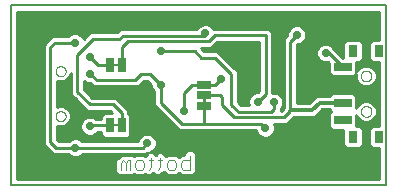
<source format=gbl>
G75*
%MOIN*%
%OFA0B0*%
%FSLAX25Y25*%
%IPPOS*%
%LPD*%
%AMOC8*
5,1,8,0,0,1.08239X$1,22.5*
%
%ADD10C,0.00800*%
%ADD11C,0.00400*%
%ADD12C,0.00000*%
%ADD13R,0.05000X0.02500*%
%ADD14R,0.02500X0.05000*%
%ADD15R,0.05906X0.02756*%
%ADD16R,0.03150X0.03937*%
%ADD17C,0.01000*%
%ADD18C,0.02900*%
%ADD19C,0.03400*%
%ADD20C,0.02778*%
%ADD21C,0.01200*%
D10*
X0123333Y0058200D02*
X0248333Y0058200D01*
X0248333Y0118200D01*
X0123333Y0118200D01*
X0123333Y0058200D01*
X0156833Y0078200D02*
X0159833Y0078200D01*
X0159833Y0098200D02*
X0156833Y0098200D01*
D11*
X0170089Y0067237D02*
X0170089Y0064167D01*
X0169322Y0063400D01*
X0167787Y0064167D02*
X0167020Y0063400D01*
X0165485Y0063400D01*
X0164718Y0064167D01*
X0164718Y0065702D01*
X0165485Y0066469D01*
X0167020Y0066469D01*
X0167787Y0065702D01*
X0167787Y0064167D01*
X0169322Y0066469D02*
X0170856Y0066469D01*
X0172391Y0066469D02*
X0173925Y0066469D01*
X0173158Y0067237D02*
X0173158Y0064167D01*
X0172391Y0063400D01*
X0175460Y0064167D02*
X0176227Y0063400D01*
X0177762Y0063400D01*
X0178529Y0064167D01*
X0178529Y0065702D01*
X0177762Y0066469D01*
X0176227Y0066469D01*
X0175460Y0065702D01*
X0175460Y0064167D01*
X0180064Y0064167D02*
X0180064Y0065702D01*
X0180831Y0066469D01*
X0183133Y0066469D01*
X0183133Y0068004D02*
X0183133Y0063400D01*
X0180831Y0063400D01*
X0180064Y0064167D01*
X0163183Y0063400D02*
X0163183Y0066469D01*
X0162416Y0066469D01*
X0161648Y0065702D01*
X0160881Y0066469D01*
X0160114Y0065702D01*
X0160114Y0063400D01*
X0161648Y0063400D02*
X0161648Y0065702D01*
D12*
X0138322Y0081220D02*
X0138324Y0081301D01*
X0138330Y0081383D01*
X0138340Y0081464D01*
X0138354Y0081544D01*
X0138371Y0081623D01*
X0138393Y0081702D01*
X0138418Y0081779D01*
X0138447Y0081856D01*
X0138480Y0081930D01*
X0138517Y0082003D01*
X0138556Y0082074D01*
X0138600Y0082143D01*
X0138646Y0082210D01*
X0138696Y0082274D01*
X0138749Y0082336D01*
X0138805Y0082396D01*
X0138863Y0082452D01*
X0138925Y0082506D01*
X0138989Y0082557D01*
X0139055Y0082604D01*
X0139123Y0082648D01*
X0139194Y0082689D01*
X0139266Y0082726D01*
X0139341Y0082760D01*
X0139416Y0082790D01*
X0139494Y0082816D01*
X0139572Y0082839D01*
X0139651Y0082857D01*
X0139731Y0082872D01*
X0139812Y0082883D01*
X0139893Y0082890D01*
X0139975Y0082893D01*
X0140056Y0082892D01*
X0140137Y0082887D01*
X0140218Y0082878D01*
X0140299Y0082865D01*
X0140379Y0082848D01*
X0140457Y0082828D01*
X0140535Y0082803D01*
X0140612Y0082775D01*
X0140687Y0082743D01*
X0140760Y0082708D01*
X0140831Y0082669D01*
X0140901Y0082626D01*
X0140968Y0082581D01*
X0141034Y0082532D01*
X0141096Y0082480D01*
X0141156Y0082424D01*
X0141213Y0082366D01*
X0141268Y0082306D01*
X0141319Y0082242D01*
X0141367Y0082177D01*
X0141412Y0082109D01*
X0141454Y0082039D01*
X0141492Y0081967D01*
X0141527Y0081893D01*
X0141558Y0081818D01*
X0141585Y0081741D01*
X0141608Y0081663D01*
X0141628Y0081584D01*
X0141644Y0081504D01*
X0141656Y0081423D01*
X0141664Y0081342D01*
X0141668Y0081261D01*
X0141668Y0081179D01*
X0141664Y0081098D01*
X0141656Y0081017D01*
X0141644Y0080936D01*
X0141628Y0080856D01*
X0141608Y0080777D01*
X0141585Y0080699D01*
X0141558Y0080622D01*
X0141527Y0080547D01*
X0141492Y0080473D01*
X0141454Y0080401D01*
X0141412Y0080331D01*
X0141367Y0080263D01*
X0141319Y0080198D01*
X0141268Y0080134D01*
X0141213Y0080074D01*
X0141156Y0080016D01*
X0141096Y0079960D01*
X0141034Y0079908D01*
X0140968Y0079859D01*
X0140901Y0079814D01*
X0140832Y0079771D01*
X0140760Y0079732D01*
X0140687Y0079697D01*
X0140612Y0079665D01*
X0140535Y0079637D01*
X0140457Y0079612D01*
X0140379Y0079592D01*
X0140299Y0079575D01*
X0140218Y0079562D01*
X0140137Y0079553D01*
X0140056Y0079548D01*
X0139975Y0079547D01*
X0139893Y0079550D01*
X0139812Y0079557D01*
X0139731Y0079568D01*
X0139651Y0079583D01*
X0139572Y0079601D01*
X0139494Y0079624D01*
X0139416Y0079650D01*
X0139341Y0079680D01*
X0139266Y0079714D01*
X0139194Y0079751D01*
X0139123Y0079792D01*
X0139055Y0079836D01*
X0138989Y0079883D01*
X0138925Y0079934D01*
X0138863Y0079988D01*
X0138805Y0080044D01*
X0138749Y0080104D01*
X0138696Y0080166D01*
X0138646Y0080230D01*
X0138600Y0080297D01*
X0138556Y0080366D01*
X0138517Y0080437D01*
X0138480Y0080510D01*
X0138447Y0080584D01*
X0138418Y0080661D01*
X0138393Y0080738D01*
X0138371Y0080817D01*
X0138354Y0080896D01*
X0138340Y0080976D01*
X0138330Y0081057D01*
X0138324Y0081139D01*
X0138322Y0081220D01*
X0138322Y0096180D02*
X0138324Y0096261D01*
X0138330Y0096343D01*
X0138340Y0096424D01*
X0138354Y0096504D01*
X0138371Y0096583D01*
X0138393Y0096662D01*
X0138418Y0096739D01*
X0138447Y0096816D01*
X0138480Y0096890D01*
X0138517Y0096963D01*
X0138556Y0097034D01*
X0138600Y0097103D01*
X0138646Y0097170D01*
X0138696Y0097234D01*
X0138749Y0097296D01*
X0138805Y0097356D01*
X0138863Y0097412D01*
X0138925Y0097466D01*
X0138989Y0097517D01*
X0139055Y0097564D01*
X0139123Y0097608D01*
X0139194Y0097649D01*
X0139266Y0097686D01*
X0139341Y0097720D01*
X0139416Y0097750D01*
X0139494Y0097776D01*
X0139572Y0097799D01*
X0139651Y0097817D01*
X0139731Y0097832D01*
X0139812Y0097843D01*
X0139893Y0097850D01*
X0139975Y0097853D01*
X0140056Y0097852D01*
X0140137Y0097847D01*
X0140218Y0097838D01*
X0140299Y0097825D01*
X0140379Y0097808D01*
X0140457Y0097788D01*
X0140535Y0097763D01*
X0140612Y0097735D01*
X0140687Y0097703D01*
X0140760Y0097668D01*
X0140831Y0097629D01*
X0140901Y0097586D01*
X0140968Y0097541D01*
X0141034Y0097492D01*
X0141096Y0097440D01*
X0141156Y0097384D01*
X0141213Y0097326D01*
X0141268Y0097266D01*
X0141319Y0097202D01*
X0141367Y0097137D01*
X0141412Y0097069D01*
X0141454Y0096999D01*
X0141492Y0096927D01*
X0141527Y0096853D01*
X0141558Y0096778D01*
X0141585Y0096701D01*
X0141608Y0096623D01*
X0141628Y0096544D01*
X0141644Y0096464D01*
X0141656Y0096383D01*
X0141664Y0096302D01*
X0141668Y0096221D01*
X0141668Y0096139D01*
X0141664Y0096058D01*
X0141656Y0095977D01*
X0141644Y0095896D01*
X0141628Y0095816D01*
X0141608Y0095737D01*
X0141585Y0095659D01*
X0141558Y0095582D01*
X0141527Y0095507D01*
X0141492Y0095433D01*
X0141454Y0095361D01*
X0141412Y0095291D01*
X0141367Y0095223D01*
X0141319Y0095158D01*
X0141268Y0095094D01*
X0141213Y0095034D01*
X0141156Y0094976D01*
X0141096Y0094920D01*
X0141034Y0094868D01*
X0140968Y0094819D01*
X0140901Y0094774D01*
X0140832Y0094731D01*
X0140760Y0094692D01*
X0140687Y0094657D01*
X0140612Y0094625D01*
X0140535Y0094597D01*
X0140457Y0094572D01*
X0140379Y0094552D01*
X0140299Y0094535D01*
X0140218Y0094522D01*
X0140137Y0094513D01*
X0140056Y0094508D01*
X0139975Y0094507D01*
X0139893Y0094510D01*
X0139812Y0094517D01*
X0139731Y0094528D01*
X0139651Y0094543D01*
X0139572Y0094561D01*
X0139494Y0094584D01*
X0139416Y0094610D01*
X0139341Y0094640D01*
X0139266Y0094674D01*
X0139194Y0094711D01*
X0139123Y0094752D01*
X0139055Y0094796D01*
X0138989Y0094843D01*
X0138925Y0094894D01*
X0138863Y0094948D01*
X0138805Y0095004D01*
X0138749Y0095064D01*
X0138696Y0095126D01*
X0138646Y0095190D01*
X0138600Y0095257D01*
X0138556Y0095326D01*
X0138517Y0095397D01*
X0138480Y0095470D01*
X0138447Y0095544D01*
X0138418Y0095621D01*
X0138393Y0095698D01*
X0138371Y0095777D01*
X0138354Y0095856D01*
X0138340Y0095936D01*
X0138330Y0096017D01*
X0138324Y0096099D01*
X0138322Y0096180D01*
X0240061Y0094606D02*
X0240063Y0094690D01*
X0240069Y0094773D01*
X0240079Y0094856D01*
X0240093Y0094939D01*
X0240110Y0095021D01*
X0240132Y0095102D01*
X0240157Y0095181D01*
X0240186Y0095260D01*
X0240219Y0095337D01*
X0240255Y0095412D01*
X0240295Y0095486D01*
X0240338Y0095558D01*
X0240385Y0095627D01*
X0240435Y0095694D01*
X0240488Y0095759D01*
X0240544Y0095821D01*
X0240602Y0095881D01*
X0240664Y0095938D01*
X0240728Y0095991D01*
X0240795Y0096042D01*
X0240864Y0096089D01*
X0240935Y0096134D01*
X0241008Y0096174D01*
X0241083Y0096211D01*
X0241160Y0096245D01*
X0241238Y0096275D01*
X0241317Y0096301D01*
X0241398Y0096324D01*
X0241480Y0096342D01*
X0241562Y0096357D01*
X0241645Y0096368D01*
X0241728Y0096375D01*
X0241812Y0096378D01*
X0241896Y0096377D01*
X0241979Y0096372D01*
X0242063Y0096363D01*
X0242145Y0096350D01*
X0242227Y0096334D01*
X0242308Y0096313D01*
X0242389Y0096289D01*
X0242467Y0096261D01*
X0242545Y0096229D01*
X0242621Y0096193D01*
X0242695Y0096154D01*
X0242767Y0096112D01*
X0242837Y0096066D01*
X0242905Y0096017D01*
X0242970Y0095965D01*
X0243033Y0095910D01*
X0243093Y0095852D01*
X0243151Y0095791D01*
X0243205Y0095727D01*
X0243257Y0095661D01*
X0243305Y0095593D01*
X0243350Y0095522D01*
X0243391Y0095449D01*
X0243430Y0095375D01*
X0243464Y0095299D01*
X0243495Y0095221D01*
X0243522Y0095142D01*
X0243546Y0095061D01*
X0243565Y0094980D01*
X0243581Y0094898D01*
X0243593Y0094815D01*
X0243601Y0094731D01*
X0243605Y0094648D01*
X0243605Y0094564D01*
X0243601Y0094481D01*
X0243593Y0094397D01*
X0243581Y0094314D01*
X0243565Y0094232D01*
X0243546Y0094151D01*
X0243522Y0094070D01*
X0243495Y0093991D01*
X0243464Y0093913D01*
X0243430Y0093837D01*
X0243391Y0093763D01*
X0243350Y0093690D01*
X0243305Y0093619D01*
X0243257Y0093551D01*
X0243205Y0093485D01*
X0243151Y0093421D01*
X0243093Y0093360D01*
X0243033Y0093302D01*
X0242970Y0093247D01*
X0242905Y0093195D01*
X0242837Y0093146D01*
X0242767Y0093100D01*
X0242695Y0093058D01*
X0242621Y0093019D01*
X0242545Y0092983D01*
X0242467Y0092951D01*
X0242389Y0092923D01*
X0242308Y0092899D01*
X0242227Y0092878D01*
X0242145Y0092862D01*
X0242063Y0092849D01*
X0241979Y0092840D01*
X0241896Y0092835D01*
X0241812Y0092834D01*
X0241728Y0092837D01*
X0241645Y0092844D01*
X0241562Y0092855D01*
X0241480Y0092870D01*
X0241398Y0092888D01*
X0241317Y0092911D01*
X0241238Y0092937D01*
X0241160Y0092967D01*
X0241083Y0093001D01*
X0241008Y0093038D01*
X0240935Y0093078D01*
X0240864Y0093123D01*
X0240795Y0093170D01*
X0240728Y0093221D01*
X0240664Y0093274D01*
X0240602Y0093331D01*
X0240544Y0093391D01*
X0240488Y0093453D01*
X0240435Y0093518D01*
X0240385Y0093585D01*
X0240338Y0093654D01*
X0240295Y0093726D01*
X0240255Y0093800D01*
X0240219Y0093875D01*
X0240186Y0093952D01*
X0240157Y0094031D01*
X0240132Y0094110D01*
X0240110Y0094191D01*
X0240093Y0094273D01*
X0240079Y0094356D01*
X0240069Y0094439D01*
X0240063Y0094522D01*
X0240061Y0094606D01*
X0240061Y0082794D02*
X0240063Y0082878D01*
X0240069Y0082961D01*
X0240079Y0083044D01*
X0240093Y0083127D01*
X0240110Y0083209D01*
X0240132Y0083290D01*
X0240157Y0083369D01*
X0240186Y0083448D01*
X0240219Y0083525D01*
X0240255Y0083600D01*
X0240295Y0083674D01*
X0240338Y0083746D01*
X0240385Y0083815D01*
X0240435Y0083882D01*
X0240488Y0083947D01*
X0240544Y0084009D01*
X0240602Y0084069D01*
X0240664Y0084126D01*
X0240728Y0084179D01*
X0240795Y0084230D01*
X0240864Y0084277D01*
X0240935Y0084322D01*
X0241008Y0084362D01*
X0241083Y0084399D01*
X0241160Y0084433D01*
X0241238Y0084463D01*
X0241317Y0084489D01*
X0241398Y0084512D01*
X0241480Y0084530D01*
X0241562Y0084545D01*
X0241645Y0084556D01*
X0241728Y0084563D01*
X0241812Y0084566D01*
X0241896Y0084565D01*
X0241979Y0084560D01*
X0242063Y0084551D01*
X0242145Y0084538D01*
X0242227Y0084522D01*
X0242308Y0084501D01*
X0242389Y0084477D01*
X0242467Y0084449D01*
X0242545Y0084417D01*
X0242621Y0084381D01*
X0242695Y0084342D01*
X0242767Y0084300D01*
X0242837Y0084254D01*
X0242905Y0084205D01*
X0242970Y0084153D01*
X0243033Y0084098D01*
X0243093Y0084040D01*
X0243151Y0083979D01*
X0243205Y0083915D01*
X0243257Y0083849D01*
X0243305Y0083781D01*
X0243350Y0083710D01*
X0243391Y0083637D01*
X0243430Y0083563D01*
X0243464Y0083487D01*
X0243495Y0083409D01*
X0243522Y0083330D01*
X0243546Y0083249D01*
X0243565Y0083168D01*
X0243581Y0083086D01*
X0243593Y0083003D01*
X0243601Y0082919D01*
X0243605Y0082836D01*
X0243605Y0082752D01*
X0243601Y0082669D01*
X0243593Y0082585D01*
X0243581Y0082502D01*
X0243565Y0082420D01*
X0243546Y0082339D01*
X0243522Y0082258D01*
X0243495Y0082179D01*
X0243464Y0082101D01*
X0243430Y0082025D01*
X0243391Y0081951D01*
X0243350Y0081878D01*
X0243305Y0081807D01*
X0243257Y0081739D01*
X0243205Y0081673D01*
X0243151Y0081609D01*
X0243093Y0081548D01*
X0243033Y0081490D01*
X0242970Y0081435D01*
X0242905Y0081383D01*
X0242837Y0081334D01*
X0242767Y0081288D01*
X0242695Y0081246D01*
X0242621Y0081207D01*
X0242545Y0081171D01*
X0242467Y0081139D01*
X0242389Y0081111D01*
X0242308Y0081087D01*
X0242227Y0081066D01*
X0242145Y0081050D01*
X0242063Y0081037D01*
X0241979Y0081028D01*
X0241896Y0081023D01*
X0241812Y0081022D01*
X0241728Y0081025D01*
X0241645Y0081032D01*
X0241562Y0081043D01*
X0241480Y0081058D01*
X0241398Y0081076D01*
X0241317Y0081099D01*
X0241238Y0081125D01*
X0241160Y0081155D01*
X0241083Y0081189D01*
X0241008Y0081226D01*
X0240935Y0081266D01*
X0240864Y0081311D01*
X0240795Y0081358D01*
X0240728Y0081409D01*
X0240664Y0081462D01*
X0240602Y0081519D01*
X0240544Y0081579D01*
X0240488Y0081641D01*
X0240435Y0081706D01*
X0240385Y0081773D01*
X0240338Y0081842D01*
X0240295Y0081914D01*
X0240255Y0081988D01*
X0240219Y0082063D01*
X0240186Y0082140D01*
X0240157Y0082219D01*
X0240132Y0082298D01*
X0240110Y0082379D01*
X0240093Y0082461D01*
X0240079Y0082544D01*
X0240069Y0082627D01*
X0240063Y0082710D01*
X0240061Y0082794D01*
D13*
X0187833Y0084700D03*
X0187833Y0088200D03*
X0187833Y0091700D03*
D14*
X0160333Y0098200D03*
X0156333Y0098200D03*
X0156333Y0078200D03*
X0160333Y0078200D03*
D15*
X0233959Y0079842D03*
X0233959Y0085747D03*
X0233959Y0097558D03*
D16*
X0237503Y0103070D03*
X0246164Y0103070D03*
X0246164Y0074330D03*
X0237503Y0074330D03*
D17*
X0240777Y0074176D02*
X0242889Y0074176D01*
X0242889Y0073178D02*
X0240777Y0073178D01*
X0240777Y0072179D02*
X0242889Y0072179D01*
X0242889Y0071657D02*
X0243885Y0070661D01*
X0246233Y0070661D01*
X0246233Y0060300D01*
X0125433Y0060300D01*
X0125433Y0116100D01*
X0246233Y0116100D01*
X0246233Y0106739D01*
X0243885Y0106739D01*
X0242889Y0105743D01*
X0242889Y0100397D01*
X0243885Y0099402D01*
X0246233Y0099402D01*
X0246233Y0077998D01*
X0243885Y0077998D01*
X0242889Y0077003D01*
X0242889Y0071657D01*
X0243366Y0071181D02*
X0240301Y0071181D01*
X0240777Y0071657D02*
X0239782Y0070661D01*
X0235224Y0070661D01*
X0234228Y0071657D01*
X0234228Y0076764D01*
X0230302Y0076764D01*
X0229307Y0077760D01*
X0229307Y0081924D01*
X0230177Y0082794D01*
X0229524Y0083447D01*
X0227239Y0083447D01*
X0226039Y0082247D01*
X0224692Y0080900D01*
X0217886Y0080900D01*
X0217486Y0080500D01*
X0217345Y0080500D01*
X0215445Y0078600D01*
X0211063Y0078600D01*
X0211383Y0077827D01*
X0211383Y0076573D01*
X0210904Y0075416D01*
X0210018Y0074530D01*
X0208860Y0074050D01*
X0207607Y0074050D01*
X0206449Y0074530D01*
X0205563Y0075416D01*
X0205114Y0076500D01*
X0179422Y0076500D01*
X0171133Y0084789D01*
X0171133Y0089445D01*
X0170663Y0089916D01*
X0170183Y0091073D01*
X0170183Y0091739D01*
X0168922Y0093000D01*
X0167745Y0093000D01*
X0165863Y0091118D01*
X0151055Y0091118D01*
X0149905Y0092268D01*
X0149240Y0092268D01*
X0148082Y0092748D01*
X0147763Y0093066D01*
X0147763Y0090251D01*
X0150615Y0087400D01*
X0158245Y0087400D01*
X0159533Y0086111D01*
X0159533Y0086111D01*
X0162533Y0083111D01*
X0162533Y0082154D01*
X0163283Y0081404D01*
X0163283Y0074996D01*
X0162287Y0074000D01*
X0158379Y0074000D01*
X0158333Y0074046D01*
X0158287Y0074000D01*
X0154379Y0074000D01*
X0153383Y0074996D01*
X0153383Y0076000D01*
X0152388Y0076000D01*
X0151518Y0075130D01*
X0150360Y0074650D01*
X0149107Y0074650D01*
X0147949Y0075130D01*
X0147063Y0076016D01*
X0146583Y0077173D01*
X0146583Y0078427D01*
X0147063Y0079584D01*
X0147949Y0080470D01*
X0149107Y0080950D01*
X0150360Y0080950D01*
X0151518Y0080470D01*
X0151588Y0080400D01*
X0153383Y0080400D01*
X0153383Y0081404D01*
X0154379Y0082400D01*
X0157022Y0082400D01*
X0156422Y0083000D01*
X0148792Y0083000D01*
X0144652Y0087140D01*
X0143363Y0088429D01*
X0143363Y0095498D01*
X0142854Y0094270D01*
X0141906Y0093321D01*
X0140666Y0092807D01*
X0139324Y0092807D01*
X0138693Y0093068D01*
X0138693Y0084332D01*
X0139324Y0084593D01*
X0140666Y0084593D01*
X0141906Y0084079D01*
X0142854Y0083130D01*
X0143368Y0081891D01*
X0143368Y0080549D01*
X0142854Y0079309D01*
X0141906Y0078360D01*
X0140666Y0077846D01*
X0139324Y0077846D01*
X0138693Y0078108D01*
X0138693Y0073451D01*
X0139245Y0072900D01*
X0142679Y0072900D01*
X0143149Y0073370D01*
X0144307Y0073850D01*
X0145560Y0073850D01*
X0146718Y0073370D01*
X0147188Y0072900D01*
X0165714Y0072900D01*
X0166163Y0073984D01*
X0167049Y0074870D01*
X0168207Y0075350D01*
X0169460Y0075350D01*
X0170618Y0074870D01*
X0171504Y0073984D01*
X0171983Y0072827D01*
X0171983Y0071573D01*
X0171504Y0070416D01*
X0170618Y0069530D01*
X0169669Y0069137D01*
X0170876Y0069137D01*
X0171624Y0068389D01*
X0172371Y0069137D01*
X0173945Y0069137D01*
X0175058Y0068024D01*
X0175058Y0068024D01*
X0175076Y0068005D01*
X0175440Y0068369D01*
X0176975Y0068369D01*
X0176975Y0068369D01*
X0177770Y0068369D01*
X0178549Y0068369D01*
X0178549Y0068369D01*
X0178549Y0068369D01*
X0179297Y0067622D01*
X0180044Y0068369D01*
X0181233Y0068369D01*
X0181233Y0068791D01*
X0182346Y0069904D01*
X0183920Y0069904D01*
X0185033Y0068791D01*
X0185033Y0062613D01*
X0183920Y0061500D01*
X0180839Y0061500D01*
X0180044Y0061500D01*
X0179297Y0062248D01*
X0178549Y0061500D01*
X0176236Y0061500D01*
X0175440Y0061500D01*
X0174673Y0062267D01*
X0174673Y0062267D01*
X0174487Y0062454D01*
X0174309Y0062631D01*
X0174104Y0062426D01*
X0173945Y0062267D01*
X0173945Y0062267D01*
X0173178Y0061500D01*
X0171604Y0061500D01*
X0170856Y0062248D01*
X0170109Y0061500D01*
X0168535Y0061500D01*
X0168171Y0061864D01*
X0167807Y0061500D01*
X0165493Y0061500D01*
X0164698Y0061500D01*
X0164334Y0061864D01*
X0163970Y0061500D01*
X0159327Y0061500D01*
X0158214Y0062613D01*
X0158214Y0066489D01*
X0158981Y0067256D01*
X0158981Y0067256D01*
X0160094Y0068369D01*
X0163970Y0068369D01*
X0164334Y0068005D01*
X0164698Y0068369D01*
X0166233Y0068369D01*
X0166233Y0068369D01*
X0167028Y0068369D01*
X0167807Y0068369D01*
X0167807Y0068369D01*
X0168171Y0068005D01*
X0168535Y0068369D01*
X0169215Y0069050D01*
X0168795Y0069050D01*
X0168245Y0068500D01*
X0147188Y0068500D01*
X0146718Y0068030D01*
X0145560Y0067550D01*
X0144307Y0067550D01*
X0143149Y0068030D01*
X0142679Y0068500D01*
X0137422Y0068500D01*
X0134293Y0071629D01*
X0134293Y0105051D01*
X0137142Y0107900D01*
X0142479Y0107900D01*
X0142949Y0108370D01*
X0144107Y0108850D01*
X0145360Y0108850D01*
X0146518Y0108370D01*
X0147404Y0107484D01*
X0147639Y0106917D01*
X0149922Y0109200D01*
X0158622Y0109200D01*
X0159722Y0110300D01*
X0185516Y0110300D01*
X0185615Y0110539D01*
X0186484Y0111408D01*
X0187619Y0111878D01*
X0188848Y0111878D01*
X0189983Y0111408D01*
X0190852Y0110539D01*
X0190909Y0110400D01*
X0209245Y0110400D01*
X0210533Y0109111D01*
X0210533Y0089050D01*
X0211660Y0089050D01*
X0212818Y0088570D01*
X0213704Y0087684D01*
X0214183Y0086527D01*
X0214183Y0085273D01*
X0213704Y0084116D01*
X0213333Y0083745D01*
X0213333Y0083000D01*
X0213622Y0083000D01*
X0214233Y0083611D01*
X0214233Y0083753D01*
X0214333Y0083853D01*
X0214333Y0107011D01*
X0215583Y0108261D01*
X0215583Y0108927D01*
X0216063Y0110084D01*
X0216949Y0110970D01*
X0218107Y0111450D01*
X0219360Y0111450D01*
X0220518Y0110970D01*
X0221404Y0110084D01*
X0221883Y0108927D01*
X0221883Y0107673D01*
X0221404Y0106516D01*
X0220518Y0105630D01*
X0219360Y0105150D01*
X0218733Y0105150D01*
X0218733Y0085500D01*
X0222786Y0085500D01*
X0225333Y0088047D01*
X0229524Y0088047D01*
X0230302Y0088825D01*
X0237616Y0088825D01*
X0238612Y0087829D01*
X0238612Y0084089D01*
X0238890Y0084761D01*
X0239867Y0085738D01*
X0241143Y0086266D01*
X0242524Y0086266D01*
X0243800Y0085738D01*
X0244776Y0084761D01*
X0245305Y0083485D01*
X0245305Y0082104D01*
X0244776Y0080828D01*
X0243800Y0079851D01*
X0242524Y0079323D01*
X0241143Y0079323D01*
X0239867Y0079851D01*
X0238890Y0080828D01*
X0238612Y0081499D01*
X0238612Y0077998D01*
X0239782Y0077998D01*
X0240777Y0077003D01*
X0240777Y0071657D01*
X0246233Y0070182D02*
X0171270Y0070182D01*
X0171821Y0071181D02*
X0234704Y0071181D01*
X0234228Y0072179D02*
X0171983Y0072179D01*
X0171838Y0073178D02*
X0234228Y0073178D01*
X0234228Y0074176D02*
X0209165Y0074176D01*
X0210663Y0075175D02*
X0234228Y0075175D01*
X0234228Y0076173D02*
X0211218Y0076173D01*
X0211383Y0077172D02*
X0229894Y0077172D01*
X0229307Y0078170D02*
X0211241Y0078170D01*
X0208233Y0077200D02*
X0206733Y0078700D01*
X0187833Y0078700D01*
X0187833Y0084700D01*
X0187833Y0087700D01*
X0187833Y0088200D02*
X0193215Y0088200D01*
X0193704Y0087711D01*
X0193704Y0084929D01*
X0197833Y0080800D01*
X0214533Y0080800D01*
X0216533Y0082800D01*
X0216533Y0106100D01*
X0218733Y0108300D01*
X0221657Y0107127D02*
X0246233Y0107127D01*
X0246233Y0108126D02*
X0221883Y0108126D01*
X0221802Y0109124D02*
X0246233Y0109124D01*
X0246233Y0110123D02*
X0221366Y0110123D01*
X0220154Y0111121D02*
X0246233Y0111121D01*
X0246233Y0112120D02*
X0125433Y0112120D01*
X0125433Y0113118D02*
X0246233Y0113118D01*
X0246233Y0114117D02*
X0125433Y0114117D01*
X0125433Y0115115D02*
X0246233Y0115115D01*
X0243275Y0106129D02*
X0240392Y0106129D01*
X0240777Y0105743D02*
X0239782Y0106739D01*
X0235224Y0106739D01*
X0234228Y0105743D01*
X0234228Y0100636D01*
X0233993Y0100636D01*
X0231145Y0103484D01*
X0230952Y0103950D01*
X0230083Y0104819D01*
X0228948Y0105289D01*
X0227719Y0105289D01*
X0226584Y0104819D01*
X0225715Y0103950D01*
X0225244Y0102814D01*
X0225244Y0101586D01*
X0225715Y0100450D01*
X0226584Y0099581D01*
X0227719Y0099111D01*
X0228948Y0099111D01*
X0229193Y0099213D01*
X0229307Y0099100D01*
X0229307Y0095476D01*
X0230302Y0094480D01*
X0237616Y0094480D01*
X0238362Y0095226D01*
X0238362Y0093915D01*
X0238890Y0092639D01*
X0239867Y0091662D01*
X0241143Y0091134D01*
X0242524Y0091134D01*
X0243800Y0091662D01*
X0244776Y0092639D01*
X0245305Y0093915D01*
X0245305Y0095296D01*
X0244776Y0096572D01*
X0243800Y0097549D01*
X0242524Y0098077D01*
X0241143Y0098077D01*
X0239867Y0097549D01*
X0238890Y0096572D01*
X0238612Y0095901D01*
X0238612Y0099402D01*
X0239782Y0099402D01*
X0240777Y0100397D01*
X0240777Y0105743D01*
X0240777Y0105130D02*
X0242889Y0105130D01*
X0242889Y0104132D02*
X0240777Y0104132D01*
X0240777Y0103133D02*
X0242889Y0103133D01*
X0242889Y0102134D02*
X0240777Y0102134D01*
X0240777Y0101136D02*
X0242889Y0101136D01*
X0243149Y0100137D02*
X0240517Y0100137D01*
X0238612Y0099139D02*
X0246233Y0099139D01*
X0246233Y0098140D02*
X0238612Y0098140D01*
X0238612Y0097142D02*
X0239460Y0097142D01*
X0238713Y0096143D02*
X0238612Y0096143D01*
X0238362Y0095145D02*
X0238281Y0095145D01*
X0238362Y0094146D02*
X0218733Y0094146D01*
X0218733Y0093148D02*
X0238679Y0093148D01*
X0239380Y0092149D02*
X0218733Y0092149D01*
X0218733Y0091151D02*
X0241102Y0091151D01*
X0242565Y0091151D02*
X0246233Y0091151D01*
X0246233Y0092149D02*
X0244287Y0092149D01*
X0244987Y0093148D02*
X0246233Y0093148D01*
X0246233Y0094146D02*
X0245305Y0094146D01*
X0245305Y0095145D02*
X0246233Y0095145D01*
X0246233Y0096143D02*
X0244954Y0096143D01*
X0244207Y0097142D02*
X0246233Y0097142D01*
X0233959Y0097558D02*
X0229318Y0102200D01*
X0228333Y0102200D01*
X0225244Y0102134D02*
X0218733Y0102134D01*
X0218733Y0101136D02*
X0225431Y0101136D01*
X0226027Y0100137D02*
X0218733Y0100137D01*
X0218733Y0099139D02*
X0227651Y0099139D01*
X0229015Y0099139D02*
X0229267Y0099139D01*
X0229307Y0098140D02*
X0218733Y0098140D01*
X0218733Y0097142D02*
X0229307Y0097142D01*
X0229307Y0096143D02*
X0218733Y0096143D01*
X0218733Y0095145D02*
X0229638Y0095145D01*
X0233493Y0101136D02*
X0234228Y0101136D01*
X0234228Y0102134D02*
X0232494Y0102134D01*
X0231496Y0103133D02*
X0234228Y0103133D01*
X0234228Y0104132D02*
X0230770Y0104132D01*
X0229331Y0105130D02*
X0234228Y0105130D01*
X0234614Y0106129D02*
X0221017Y0106129D01*
X0218733Y0105130D02*
X0227335Y0105130D01*
X0225896Y0104132D02*
X0218733Y0104132D01*
X0218733Y0103133D02*
X0225376Y0103133D01*
X0214333Y0103133D02*
X0210533Y0103133D01*
X0210533Y0102134D02*
X0214333Y0102134D01*
X0214333Y0101136D02*
X0210533Y0101136D01*
X0210533Y0100137D02*
X0214333Y0100137D01*
X0214333Y0099139D02*
X0210533Y0099139D01*
X0210533Y0098140D02*
X0214333Y0098140D01*
X0214333Y0097142D02*
X0210533Y0097142D01*
X0210533Y0096143D02*
X0214333Y0096143D01*
X0214333Y0095145D02*
X0210533Y0095145D01*
X0210533Y0094146D02*
X0214333Y0094146D01*
X0214333Y0093148D02*
X0210533Y0093148D01*
X0210533Y0092149D02*
X0214333Y0092149D01*
X0214333Y0091151D02*
X0210533Y0091151D01*
X0210533Y0090152D02*
X0214333Y0090152D01*
X0214333Y0089154D02*
X0210533Y0089154D01*
X0208333Y0088600D02*
X0208333Y0108200D01*
X0191333Y0108200D01*
X0189333Y0106200D01*
X0162333Y0106200D01*
X0160333Y0104200D01*
X0160333Y0098200D01*
X0156333Y0098200D02*
X0152533Y0098200D01*
X0149933Y0100800D01*
X0145563Y0101730D02*
X0150833Y0107000D01*
X0159533Y0107000D01*
X0160633Y0108100D01*
X0188233Y0108100D01*
X0188233Y0108789D01*
X0192245Y0106000D02*
X0206133Y0106000D01*
X0206133Y0089511D01*
X0205772Y0089150D01*
X0205107Y0089150D01*
X0203949Y0088670D01*
X0203063Y0087784D01*
X0202583Y0086627D01*
X0202583Y0085373D01*
X0202821Y0084800D01*
X0200245Y0084800D01*
X0199033Y0086011D01*
X0199033Y0096111D01*
X0197745Y0097400D01*
X0192245Y0102900D01*
X0187745Y0102900D01*
X0186833Y0103811D01*
X0186645Y0104000D01*
X0190245Y0104000D01*
X0192245Y0106000D01*
X0191375Y0105130D02*
X0206133Y0105130D01*
X0206133Y0104132D02*
X0190376Y0104132D01*
X0187512Y0103133D02*
X0206133Y0103133D01*
X0206133Y0102134D02*
X0193010Y0102134D01*
X0194009Y0101136D02*
X0206133Y0101136D01*
X0206133Y0100137D02*
X0195007Y0100137D01*
X0196006Y0099139D02*
X0206133Y0099139D01*
X0206133Y0098140D02*
X0197004Y0098140D01*
X0198003Y0097142D02*
X0206133Y0097142D01*
X0206133Y0096143D02*
X0199001Y0096143D01*
X0199033Y0095145D02*
X0206133Y0095145D01*
X0206133Y0094146D02*
X0199033Y0094146D01*
X0199033Y0093148D02*
X0206133Y0093148D01*
X0206133Y0092149D02*
X0199033Y0092149D01*
X0199033Y0091151D02*
X0206133Y0091151D01*
X0206133Y0090152D02*
X0199033Y0090152D01*
X0199033Y0089154D02*
X0205776Y0089154D01*
X0203434Y0088155D02*
X0199033Y0088155D01*
X0199033Y0087157D02*
X0202803Y0087157D01*
X0202583Y0086158D02*
X0199033Y0086158D01*
X0199885Y0085160D02*
X0202672Y0085160D01*
X0205733Y0086000D02*
X0208333Y0088600D01*
X0211033Y0085900D02*
X0211133Y0085800D01*
X0211133Y0083600D01*
X0210133Y0082600D01*
X0199333Y0082600D01*
X0196833Y0085100D01*
X0196833Y0095200D01*
X0191333Y0100700D01*
X0186833Y0100700D01*
X0184633Y0102900D01*
X0173333Y0102900D01*
X0159545Y0110123D02*
X0125433Y0110123D01*
X0125433Y0111121D02*
X0186197Y0111121D01*
X0190270Y0111121D02*
X0217313Y0111121D01*
X0216101Y0110123D02*
X0209522Y0110123D01*
X0210521Y0109124D02*
X0215665Y0109124D01*
X0215448Y0108126D02*
X0210533Y0108126D01*
X0210533Y0107127D02*
X0214449Y0107127D01*
X0214333Y0106129D02*
X0210533Y0106129D01*
X0210533Y0105130D02*
X0214333Y0105130D01*
X0214333Y0104132D02*
X0210533Y0104132D01*
X0193333Y0093700D02*
X0191333Y0091700D01*
X0187833Y0091700D01*
X0183833Y0091700D01*
X0181083Y0088950D01*
X0181083Y0082900D01*
X0180333Y0078700D02*
X0173333Y0085700D01*
X0173333Y0091700D01*
X0169833Y0095200D01*
X0166833Y0095200D01*
X0164951Y0093318D01*
X0151966Y0093318D01*
X0149866Y0095418D01*
X0143363Y0095145D02*
X0143217Y0095145D01*
X0143363Y0094146D02*
X0142731Y0094146D01*
X0143363Y0093148D02*
X0141488Y0093148D01*
X0143363Y0092149D02*
X0138693Y0092149D01*
X0138693Y0091151D02*
X0143363Y0091151D01*
X0143363Y0090152D02*
X0138693Y0090152D01*
X0138693Y0089154D02*
X0143363Y0089154D01*
X0143637Y0088155D02*
X0138693Y0088155D01*
X0138693Y0087157D02*
X0144635Y0087157D01*
X0145634Y0086158D02*
X0138693Y0086158D01*
X0138693Y0085160D02*
X0146632Y0085160D01*
X0147631Y0084161D02*
X0141708Y0084161D01*
X0142822Y0083163D02*
X0148629Y0083163D01*
X0149703Y0085200D02*
X0145563Y0089340D01*
X0145563Y0101730D01*
X0144733Y0105700D02*
X0138053Y0105700D01*
X0136493Y0104140D01*
X0136493Y0072540D01*
X0138333Y0070700D01*
X0144933Y0070700D01*
X0167333Y0070700D01*
X0168833Y0072200D01*
X0165829Y0073178D02*
X0146910Y0073178D01*
X0142956Y0073178D02*
X0138967Y0073178D01*
X0138693Y0074176D02*
X0154203Y0074176D01*
X0153383Y0075175D02*
X0151563Y0075175D01*
X0149733Y0077800D02*
X0150133Y0078200D01*
X0156333Y0078200D01*
X0160333Y0078200D02*
X0160333Y0082200D01*
X0157333Y0085200D01*
X0149703Y0085200D01*
X0149859Y0088155D02*
X0171133Y0088155D01*
X0171133Y0087157D02*
X0158488Y0087157D01*
X0159486Y0086158D02*
X0171133Y0086158D01*
X0171133Y0085160D02*
X0160485Y0085160D01*
X0161483Y0084161D02*
X0171761Y0084161D01*
X0172759Y0083163D02*
X0162482Y0083163D01*
X0162533Y0082164D02*
X0173758Y0082164D01*
X0174756Y0081166D02*
X0163283Y0081166D01*
X0163283Y0080167D02*
X0175755Y0080167D01*
X0176753Y0079169D02*
X0163283Y0079169D01*
X0163283Y0078170D02*
X0177752Y0078170D01*
X0178750Y0077172D02*
X0163283Y0077172D01*
X0163283Y0076173D02*
X0205249Y0076173D01*
X0205804Y0075175D02*
X0169883Y0075175D01*
X0171312Y0074176D02*
X0207302Y0074176D01*
X0216013Y0079169D02*
X0229307Y0079169D01*
X0229307Y0080167D02*
X0217012Y0080167D01*
X0213785Y0083163D02*
X0213333Y0083163D01*
X0213723Y0084161D02*
X0214333Y0084161D01*
X0214333Y0085160D02*
X0214136Y0085160D01*
X0214183Y0086158D02*
X0214333Y0086158D01*
X0214333Y0087157D02*
X0213922Y0087157D01*
X0214333Y0088155D02*
X0213233Y0088155D01*
X0218733Y0088155D02*
X0229633Y0088155D01*
X0224443Y0087157D02*
X0218733Y0087157D01*
X0218733Y0086158D02*
X0223444Y0086158D01*
X0226954Y0083163D02*
X0229809Y0083163D01*
X0229547Y0082164D02*
X0225956Y0082164D01*
X0224957Y0081166D02*
X0229307Y0081166D01*
X0238612Y0081166D02*
X0238750Y0081166D01*
X0238612Y0080167D02*
X0239551Y0080167D01*
X0238612Y0079169D02*
X0246233Y0079169D01*
X0246233Y0080167D02*
X0244116Y0080167D01*
X0244916Y0081166D02*
X0246233Y0081166D01*
X0246233Y0082164D02*
X0245305Y0082164D01*
X0245305Y0083163D02*
X0246233Y0083163D01*
X0246233Y0084161D02*
X0245025Y0084161D01*
X0244378Y0085160D02*
X0246233Y0085160D01*
X0246233Y0086158D02*
X0242784Y0086158D01*
X0240882Y0086158D02*
X0238612Y0086158D01*
X0238612Y0085160D02*
X0239289Y0085160D01*
X0238642Y0084161D02*
X0238612Y0084161D01*
X0238612Y0087157D02*
X0246233Y0087157D01*
X0246233Y0088155D02*
X0238286Y0088155D01*
X0246233Y0089154D02*
X0218733Y0089154D01*
X0218733Y0090152D02*
X0246233Y0090152D01*
X0246233Y0078170D02*
X0238612Y0078170D01*
X0240608Y0077172D02*
X0243058Y0077172D01*
X0242889Y0076173D02*
X0240777Y0076173D01*
X0240777Y0075175D02*
X0242889Y0075175D01*
X0246233Y0069184D02*
X0184641Y0069184D01*
X0185033Y0068185D02*
X0246233Y0068185D01*
X0246233Y0067187D02*
X0185033Y0067187D01*
X0185033Y0066188D02*
X0246233Y0066188D01*
X0246233Y0065190D02*
X0185033Y0065190D01*
X0185033Y0064191D02*
X0246233Y0064191D01*
X0246233Y0063193D02*
X0185033Y0063193D01*
X0184614Y0062194D02*
X0246233Y0062194D01*
X0246233Y0061196D02*
X0125433Y0061196D01*
X0125433Y0062194D02*
X0158633Y0062194D01*
X0158214Y0063193D02*
X0125433Y0063193D01*
X0125433Y0064191D02*
X0158214Y0064191D01*
X0158214Y0065190D02*
X0125433Y0065190D01*
X0125433Y0066188D02*
X0158214Y0066188D01*
X0158911Y0067187D02*
X0125433Y0067187D01*
X0125433Y0068185D02*
X0142993Y0068185D01*
X0146873Y0068185D02*
X0159910Y0068185D01*
X0164154Y0068185D02*
X0164514Y0068185D01*
X0167807Y0068369D02*
X0167807Y0068369D01*
X0167991Y0068185D02*
X0168350Y0068185D01*
X0169782Y0069184D02*
X0181626Y0069184D01*
X0179860Y0068185D02*
X0178733Y0068185D01*
X0175256Y0068185D02*
X0174897Y0068185D01*
X0174746Y0062194D02*
X0173872Y0062194D01*
X0170910Y0062194D02*
X0170803Y0062194D01*
X0179243Y0062194D02*
X0179350Y0062194D01*
X0166355Y0074176D02*
X0162464Y0074176D01*
X0163283Y0075175D02*
X0167784Y0075175D01*
X0180333Y0078700D02*
X0187833Y0078700D01*
X0171133Y0089154D02*
X0148861Y0089154D01*
X0147862Y0090152D02*
X0170565Y0090152D01*
X0170183Y0091151D02*
X0165895Y0091151D01*
X0166894Y0092149D02*
X0169773Y0092149D01*
X0151022Y0091151D02*
X0147763Y0091151D01*
X0147763Y0092149D02*
X0150024Y0092149D01*
X0134293Y0092149D02*
X0125433Y0092149D01*
X0125433Y0091151D02*
X0134293Y0091151D01*
X0134293Y0090152D02*
X0125433Y0090152D01*
X0125433Y0089154D02*
X0134293Y0089154D01*
X0134293Y0088155D02*
X0125433Y0088155D01*
X0125433Y0087157D02*
X0134293Y0087157D01*
X0134293Y0086158D02*
X0125433Y0086158D01*
X0125433Y0085160D02*
X0134293Y0085160D01*
X0134293Y0084161D02*
X0125433Y0084161D01*
X0125433Y0083163D02*
X0134293Y0083163D01*
X0134293Y0082164D02*
X0125433Y0082164D01*
X0125433Y0081166D02*
X0134293Y0081166D01*
X0134293Y0080167D02*
X0125433Y0080167D01*
X0125433Y0079169D02*
X0134293Y0079169D01*
X0134293Y0078170D02*
X0125433Y0078170D01*
X0125433Y0077172D02*
X0134293Y0077172D01*
X0134293Y0076173D02*
X0125433Y0076173D01*
X0125433Y0075175D02*
X0134293Y0075175D01*
X0134293Y0074176D02*
X0125433Y0074176D01*
X0125433Y0073178D02*
X0134293Y0073178D01*
X0134293Y0072179D02*
X0125433Y0072179D01*
X0125433Y0071181D02*
X0134741Y0071181D01*
X0135740Y0070182D02*
X0125433Y0070182D01*
X0125433Y0069184D02*
X0136738Y0069184D01*
X0138693Y0075175D02*
X0147904Y0075175D01*
X0146998Y0076173D02*
X0138693Y0076173D01*
X0138693Y0077172D02*
X0146584Y0077172D01*
X0146583Y0078170D02*
X0141447Y0078170D01*
X0142714Y0079169D02*
X0146891Y0079169D01*
X0147646Y0080167D02*
X0143210Y0080167D01*
X0143368Y0081166D02*
X0153383Y0081166D01*
X0154143Y0082164D02*
X0143255Y0082164D01*
X0134293Y0093148D02*
X0125433Y0093148D01*
X0125433Y0094146D02*
X0134293Y0094146D01*
X0134293Y0095145D02*
X0125433Y0095145D01*
X0125433Y0096143D02*
X0134293Y0096143D01*
X0134293Y0097142D02*
X0125433Y0097142D01*
X0125433Y0098140D02*
X0134293Y0098140D01*
X0134293Y0099139D02*
X0125433Y0099139D01*
X0125433Y0100137D02*
X0134293Y0100137D01*
X0134293Y0101136D02*
X0125433Y0101136D01*
X0125433Y0102134D02*
X0134293Y0102134D01*
X0134293Y0103133D02*
X0125433Y0103133D01*
X0125433Y0104132D02*
X0134293Y0104132D01*
X0134372Y0105130D02*
X0125433Y0105130D01*
X0125433Y0106129D02*
X0135371Y0106129D01*
X0136369Y0107127D02*
X0125433Y0107127D01*
X0125433Y0108126D02*
X0142704Y0108126D01*
X0146763Y0108126D02*
X0148848Y0108126D01*
X0149846Y0109124D02*
X0125433Y0109124D01*
X0147552Y0107127D02*
X0147849Y0107127D01*
D18*
X0144733Y0105700D03*
X0149933Y0100800D03*
X0149866Y0095418D03*
X0168623Y0091820D03*
X0173333Y0091700D03*
X0193333Y0093700D03*
X0204083Y0097950D03*
X0191333Y0103850D03*
X0173333Y0102900D03*
X0218733Y0108300D03*
X0211033Y0085900D03*
X0205733Y0086000D03*
X0181083Y0082900D03*
X0169633Y0081050D03*
X0149733Y0077800D03*
X0143933Y0076700D03*
X0144933Y0070700D03*
X0168833Y0072200D03*
X0189983Y0071400D03*
X0209033Y0071550D03*
X0208233Y0077200D03*
D19*
X0131363Y0073930D03*
X0131353Y0088680D03*
X0131363Y0103020D03*
D20*
X0188233Y0108789D03*
X0228333Y0102200D03*
X0231833Y0106700D03*
X0221833Y0071700D03*
X0236833Y0066700D03*
D21*
X0223739Y0083200D02*
X0216933Y0083200D01*
X0216533Y0082800D01*
X0223739Y0083200D02*
X0226286Y0085747D01*
X0233959Y0085747D01*
M02*

</source>
